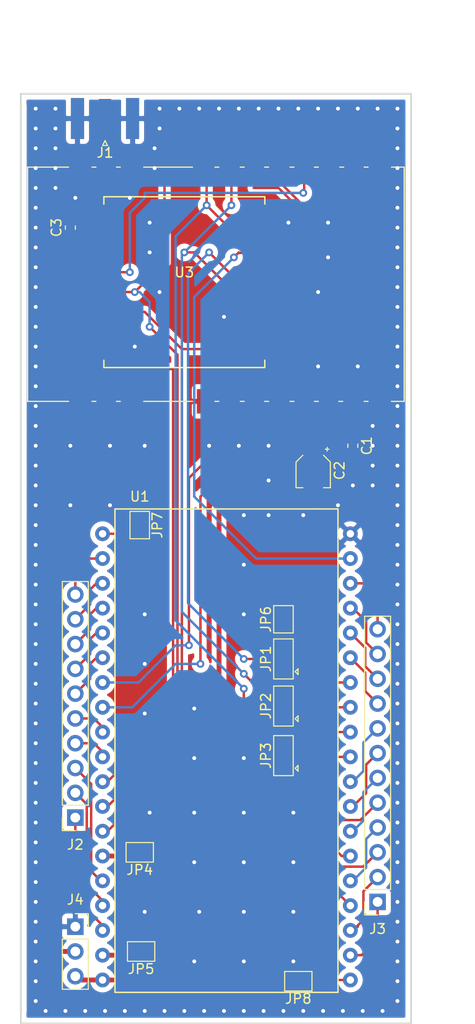
<source format=kicad_pcb>
(kicad_pcb (version 20211014) (generator pcbnew)
  (layers (0 "F.Cu" signal) (31 "B.Cu" signal) (34 "B.Paste" user) (35 "F.Paste" user) (36 "B.SilkS" user "B.Silkscreen") (37 "F.SilkS" user "F.Silkscreen") (38 "B.Mask" user) (39 "F.Mask" user) (44 "Edge.Cuts" user))
  (net 0 "")
  (net 1 "GND")
  (net 2 "VCC")
  (net 3 "RXEN")
  (net 4 "TXEN")
  (net 5 "NRST")
  (net 6 "BUSY")
  (net 7 "DIO1")
  (net 8 "NSS")
  (net 9 "SCK")
  (net 10 "MISO")
  (net 11 "MOSI")
  (net 12 "Net-(J1-Pad1)")
  (net 13 "Net-(JP1-Pad3)")
  (net 14 "Net-(JP1-Pad1)")
  (net 15 "Net-(JP2-Pad1)")
  (net 16 "Net-(JP3-Pad1)")
  (net 17 "Net-(JP4-Pad2)")
  (net 18 "Net-(JP5-Pad2)")
  (net 19 "3v3")
  (net 20 "Net-(JP7-Pad2)")
  (net 21 "Net-(JP8-Pad1)")
  (net 22 "GPIO10")
  (net 23 "GPIO9")
  (net 24 "GPIO13")
  (net 25 "GPIO26")
  (net 26 "GPIO25")
  (net 27 "GPIO35")
  (net 28 "GPIO34")
  (net 29 "GPIO39")
  (net 30 "GPIO36")
  (net 31 "EN")
  (net 32 "GPIO7")
  (net 33 "GPIO8")
  (net 34 "GPIO15")
  (net 35 "GPIO2")
  (net 36 "GPIO0")
  (net 37 "GPIO4")
  (net 38 "GPIO16")
  (net 39 "GPIO17")
  (net 40 "GPIO21")
  (net 41 "GPIO3")
  (net 42 "GPIO1")
  (net 43 "GPIO22")
  (footprint "Jumper:SolderJumper-3_P1.3mm_Open_Pad1.0x1.5mm" (layer "F.Cu") (at 100.584 101.092 90)
    (fp_text reference "JP1")
    (fp_text value "SolderJumper_3_Open")
  )
  (footprint "Jumper:SolderJumper-3_P1.3mm_Open_Pad1.0x1.5mm" (layer "F.Cu") (at 100.584 105.918 90)
    (fp_text reference "JP2")
    (fp_text value "SolderJumper_3_Open")
  )
  (footprint "Jumper:SolderJumper-3_P1.3mm_Open_Pad1.0x1.5mm" (layer "F.Cu") (at 100.584 110.998 90)
    (fp_text reference "JP3")
    (fp_text value "SolderJumper_3_Open")
  )
  (footprint "Jumper:SolderJumper-2_P1.3mm_Open_Pad1.0x1.5mm" (layer "F.Cu") (at 85.994 131.064 180)
    (fp_text reference "JP5")
    (fp_text value "SolderJumper_2_Open")
  )
  (footprint "Jumper:SolderJumper-2_P1.3mm_Open_Pad1.0x1.5mm" (layer "F.Cu") (at 100.584 97.028 90)
    (fp_text reference "JP6")
    (fp_text value "SolderJumper_2_Open")
  )
  (footprint "Connector_Coaxial:SMA_Samtec_SMA-J-P-H-ST-EM1_EdgeMount" (layer "F.Cu") (at 82.296 45.72 90)
    (fp_text reference "J1")
    (fp_text value "Conn_Coaxial")
  )
  (footprint "Capacitor_SMD:CP_Elec_3x5.3" (layer "F.Cu") (at 103.632 81.788 -90)
    (fp_text reference "C2")
    (fp_text value "100uF")
  )
  (footprint "Capacitor_SMD:C_0603_1608Metric_Pad1.05x0.95mm_HandSolder" (layer "F.Cu") (at 107.696 79.248 -90)
    (fp_text reference "C1")
    (fp_text value "100nF")
  )
  (footprint "Jumper:SolderJumper-2_P1.3mm_Open_Pad1.0x1.5mm" (layer "F.Cu") (at 85.852 87.376 -90)
    (fp_text reference "JP7")
    (fp_text value "SolderJumper_2_Open")
  )
  (footprint "Jumper:SolderJumper-2_P1.3mm_Open_Pad1.0x1.5mm" (layer "F.Cu") (at 102.108 134.112 180)
    (fp_text reference "JP8")
    (fp_text value "SolderJumper_2_Open")
  )
  (footprint "RF_Module:Ai-Thinker-Ra-01-LoRa" (layer "F.Cu") (at 90.424 62.484)
    (fp_text reference "U3")
    (fp_text value "Ai-Thinker-Ra-01")
  )
  (footprint "Jumper:SolderJumper-2_P1.3mm_Open_Pad1.0x1.5mm" (layer "F.Cu") (at 85.852 120.904 180)
    (fp_text reference "JP4")
    (fp_text value "SolderJumper_2_Open")
  )
  (footprint "Capacitor_SMD:C_0603_1608Metric_Pad1.05x0.95mm_HandSolder" (layer "F.Cu") (at 78.74 56.896 90)
    (fp_text reference "C3")
    (fp_text value "100nF")
  )
  (footprint "Connector_PinSocket_2.54mm:PinSocket_1x10_P2.54mm_Vertical" (layer "F.Cu") (at 79.248 117.348 180)
    (fp_text reference "J2")
    (fp_text value "Conn_01x10_Female")
  )
  (footprint "Connector_PinSocket_2.54mm:PinSocket_1x12_P2.54mm_Vertical" (layer "F.Cu") (at 110.236 125.984 180)
    (fp_text reference "J3")
    (fp_text value "Conn_01x12_Female")
  )
  (footprint "Connector_PinSocket_2.54mm:PinSocket_1x03_P2.54mm_Vertical" (layer "F.Cu") (at 79.248 128.524)
    (fp_text reference "J4")
    (fp_text value "Conn_01x03_Female")
  )
  (footprint "lora_tracker:E22-400M30S" (layer "F.Cu") (at 93.658501 62.7 90)
    (fp_text reference "U2")
    (fp_text value "E22-400M30S" hide)
  )
  (footprint "lora_tracker:esp32-devkit-wide" (layer "F.Cu") (at 97.282 85.725)
    (fp_text reference "U1")
    (fp_text value "ESP32")
  )
  (gr_line (start 73.66 44.45) (end 73.66 43.18) (layer "Edge.Cuts") (width 0.15))
  (gr_line (start 73.66 137.16) (end 73.66 138.43) (layer "Edge.Cuts") (width 0.15))
  (gr_line (start 113.665 138.43) (end 73.66 138.43) (layer "Edge.Cuts") (width 0.15))
  (gr_line (start 73.66 137.16) (end 73.66 44.45) (layer "Edge.Cuts") (width 0.2))
  (gr_line (start 73.66 43.18) (end 113.665 43.18) (layer "Edge.Cuts") (width 0.2))
  (gr_line (start 113.665 43.18) (end 113.665 138.43) (layer "Edge.Cuts") (width 0.15))
  (via (at 112.268 79.248) (size 0.8) (drill 0.4) (layers "F.Cu" "B.Cu") (net 1))
  (via (at 96.52 86.36) (size 0.8) (drill 0.4) (layers "F.Cu" "B.Cu") (net 1))
  (via (at 75.184 73.152) (size 0.8) (drill 0.4) (layers "F.Cu" "B.Cu") (net 1))
  (via (at 112.268 81.28) (size 0.8) (drill 0.4) (layers "F.Cu" "B.Cu") (net 1))
  (via (at 110.236 44.704) (size 0.8) (drill 0.4) (layers "F.Cu" "B.Cu") (net 1))
  (via (at 96.012 44.704) (size 0.8) (drill 0.4) (layers "F.Cu" "B.Cu") (net 1))
  (via (at 75.184 105.664) (size 0.8) (drill 0.4) (layers "F.Cu" "B.Cu") (net 1))
  (via (at 109.728 81.28) (size 0.8) (drill 0.4) (layers "F.Cu" "B.Cu") (net 1))
  (via (at 86.36 96.52) (size 0.8) (drill 0.4) (layers "F.Cu" "B.Cu") (net 1))
  (via (at 104.14 71.12) (size 0.8) (drill 0.4) (layers "F.Cu" "B.Cu") (net 1))
  (via (at 75.184 128.016) (size 0.8) (drill 0.4) (layers "F.Cu" "B.Cu") (net 1))
  (via (at 96.52 127) (size 0.8) (drill 0.4) (layers "F.Cu" "B.Cu") (net 1))
  (via (at 112.268 87.376) (size 0.8) (drill 0.4) (layers "F.Cu" "B.Cu") (net 1))
  (via (at 110.744 137.16) (size 0.8) (drill 0.4) (layers "F.Cu" "B.Cu") (net 1))
  (via (at 112.268 73.152) (size 0.8) (drill 0.4) (layers "F.Cu" "B.Cu") (net 1))
  (via (at 112.268 123.952) (size 0.8) (drill 0.4) (layers "F.Cu" "B.Cu") (net 1))
  (via (at 112.268 56.896) (size 0.8) (drill 0.4) (layers "F.Cu" "B.Cu") (net 1))
  (via (at 75.184 50.8) (size 0.8) (drill 0.4) (layers "F.Cu" "B.Cu") (net 1))
  (via (at 75.184 89.408) (size 0.8) (drill 0.4) (layers "F.Cu" "B.Cu") (net 1))
  (via (at 112.268 91.44) (size 0.8) (drill 0.4) (layers "F.Cu" "B.Cu") (net 1))
  (via (at 76.2 137.16) (size 0.8) (drill 0.4) (layers "F.Cu" "B.Cu") (net 1))
  (via (at 112.268 125.984) (size 0.8) (drill 0.4) (layers "F.Cu" "B.Cu") (net 1))
  (via (at 94.488 137.16) (size 0.8) (drill 0.4) (layers "F.Cu" "B.Cu") (net 1))
  (via (at 75.184 103.632) (size 0.8) (drill 0.4) (layers "F.Cu" "B.Cu") (net 1))
  (via (at 102.108 44.704) (size 0.8) (drill 0.4) (layers "F.Cu" "B.Cu") (net 1))
  (via (at 112.268 62.992) (size 0.8) (drill 0.4) (layers "F.Cu" "B.Cu") (net 1))
  (via (at 112.268 58.928) (size 0.8) (drill 0.4) (layers "F.Cu" "B.Cu") (net 1))
  (via (at 75.184 123.952) (size 0.8) (drill 0.4) (layers "F.Cu" "B.Cu") (net 1))
  (via (at 80.264 137.16) (size 0.8) (drill 0.4) (layers "F.Cu" "B.Cu") (net 1))
  (via (at 105.156 59.944) (size 0.8) (drill 0.4) (layers "F.Cu" "B.Cu") (net 1))
  (via (at 75.184 75.184) (size 0.8) (drill 0.4) (layers "F.Cu" "B.Cu") (net 1))
  (via (at 112.268 95.504) (size 0.8) (drill 0.4) (layers "F.Cu" "B.Cu") (net 1))
  (via (at 112.268 103.632) (size 0.8) (drill 0.4) (layers "F.Cu" "B.Cu") (net 1))
  (via (at 96.012 79.248) (size 0.8) (drill 0.4) (layers "F.Cu" "B.Cu") (net 1))
  (via (at 82.804 79.248) (size 0.8) (drill 0.4) (layers "F.Cu" "B.Cu") (net 1))
  (via (at 87.376 48.768) (size 0.8) (drill 0.4) (layers "F.Cu" "B.Cu") (net 1))
  (via (at 75.184 69.088) (size 0.8) (drill 0.4) (layers "F.Cu" "B.Cu") (net 1))
  (via (at 112.268 132.08) (size 0.8) (drill 0.4) (layers "F.Cu" "B.Cu") (net 1))
  (via (at 108.204 71.12) (size 0.8) (drill 0.4) (layers "F.Cu" "B.Cu") (net 1))
  (via (at 87.376 50.8) (size 0.8) (drill 0.4) (layers "F.Cu" "B.Cu") (net 1))
  (via (at 99.06 82.804) (size 0.8) (drill 0.4) (layers "F.Cu" "B.Cu") (net 1))
  (via (at 112.268 50.8) (size 0.8) (drill 0.4) (layers "F.Cu" "B.Cu") (net 1))
  (via (at 82.296 137.16) (size 0.8) (drill 0.4) (layers "F.Cu" "B.Cu") (net 1))
  (via (at 112.268 75.184) (size 0.8) (drill 0.4) (layers "F.Cu" "B.Cu") (net 1))
  (via (at 75.184 60.96) (size 0.8) (drill 0.4) (layers "F.Cu" "B.Cu") (net 1))
  (via (at 112.268 83.312) (size 0.8) (drill 0.4) (layers "F.Cu" "B.Cu") (net 1))
  (via (at 91.44 111.252) (size 0.8) (drill 0.4) (layers "F.Cu" "B.Cu") (net 1))
  (via (at 78.74 85.344) (size 0.8) (drill 0.4) (layers "F.Cu" "B.Cu") (net 1))
  (via (at 86.36 106.68) (size 0.8) (drill 0.4) (layers "F.Cu" "B.Cu") (net 1))
  (via (at 96.52 91.44) (size 0.8) (drill 0.4) (layers "F.Cu" "B.Cu") (net 1))
  (via (at 75.184 58.928) (size 0.8) (drill 0.4) (layers "F.Cu" "B.Cu") (net 1))
  (via (at 86.868 116.84) (size 0.8) (drill 0.4) (layers "F.Cu" "B.Cu") (net 1))
  (via (at 107.696 83.312) (size 0.8) (drill 0.4) (layers "F.Cu" "B.Cu") (net 1))
  (via (at 112.268 113.792) (size 0.8) (drill 0.4) (layers "F.Cu" "B.Cu") (net 1))
  (via (at 75.184 91.44) (size 0.8) (drill 0.4) (layers "F.Cu" "B.Cu") (net 1))
  (via (at 109.728 79.248) (size 0.8) (drill 0.4) (layers "F.Cu" "B.Cu") (net 1))
  (via (at 98.552 137.16) (size 0.8) (drill 0.4) (layers "F.Cu" "B.Cu") (net 1))
  (via (at 75.184 79.248) (size 0.8) (drill 0.4) (layers "F.Cu" "B.Cu") (net 1))
  (via (at 75.184 62.992) (size 0.8) (drill 0.4) (layers "F.Cu" "B.Cu") (net 1))
  (via (at 101.6 116.84) (size 0.8) (drill 0.4) (layers "F.Cu" "B.Cu") (net 1))
  (via (at 112.268 85.344) (size 0.8) (drill 0.4) (layers "F.Cu" "B.Cu") (net 1))
  (via (at 112.268 71.12) (size 0.8) (drill 0.4) (layers "F.Cu" "B.Cu") (net 1))
  (via (at 87.884 46.736) (size 0.8) (drill 0.4) (layers "F.Cu" "B.Cu") (net 1))
  (via (at 75.184 46.736) (size 0.8) (drill 0.4) (layers "F.Cu" "B.Cu") (net 1))
  (via (at 112.268 52.832) (size 0.8) (drill 0.4) (layers "F.Cu" "B.Cu") (net 1))
  (via (at 94.488 66.04) (size 0.8) (drill 0.4) (layers "F.Cu" "B.Cu") (net 1))
  (via (at 112.268 115.824) (size 0.8) (drill 0.4) (layers "F.Cu" "B.Cu") (net 1))
  (via (at 96.52 111.252) (size 0.8) (drill 0.4) (layers "F.Cu" "B.Cu") (net 1))
  (via (at 112.268 107.696) (size 0.8) (drill 0.4) (layers "F.Cu" "B.Cu") (net 1))
  (via (at 112.268 105.664) (size 0.8) (drill 0.4) (layers "F.Cu" "B.Cu") (net 1))
  (via (at 91.44 116.84) (size 0.8) (drill 0.4) (layers "F.Cu" "B.Cu") (net 1))
  (via (at 112.268 46.736) (size 0.8) (drill 0.4) (layers "F.Cu" "B.Cu") (net 1))
  (via (at 75.184 95.504) (size 0.8) (drill 0.4) (layers "F.Cu" "B.Cu") (net 1))
  (via (at 75.184 87.376) (size 0.8) (drill 0.4) (layers "F.Cu" "B.Cu") (net 1))
  (via (at 75.184 111.76) (size 0.8) (drill 0.4) (layers "F.Cu" "B.Cu") (net 1))
  (via (at 75.184 44.704) (size 0.8) (drill 0.4) (layers "F.Cu" "B.Cu") (net 1))
  (via (at 75.184 65.024) (size 0.8) (drill 0.4) (layers "F.Cu" "B.Cu") (net 1))
  (via (at 75.184 54.864) (size 0.8) (drill 0.4) (layers "F.Cu" "B.Cu") (net 1))
  (via (at 93.98 44.704) (size 0.8) (drill 0.4) (layers "F.Cu" "B.Cu") (net 1))
  (via (at 77.216 44.704) (size 0.8) (drill 0.4) (layers "F.Cu" "B.Cu") (net 1))
  (via (at 96.52 137.16) (size 0.8) (drill 0.4) (layers "F.Cu" "B.Cu") (net 1))
  (via (at 96.52 116.84) (size 0.8) (drill 0.4) (layers "F.Cu" "B.Cu") (net 1))
  (via (at 75.184 77.216) (size 0.8) (drill 0.4) (layers "F.Cu" "B.Cu") (net 1))
  (via (at 106.172 85.344) (size 0.8) (drill 0.4) (layers "F.Cu" "B.Cu") (net 1))
  (via (at 112.268 134.112) (size 0.8) (drill 0.4) (layers "F.Cu" "B.Cu") (net 1))
  (via (at 78.232 137.16) (size 0.8) (drill 0.4) (layers "F.Cu" "B.Cu") (net 1))
  (via (at 75.184 115.824) (size 0.8) (drill 0.4) (layers "F.Cu" "B.Cu") (net 1))
  (via (at 75.184 117.856) (size 0.8) (drill 0.4) (layers "F.Cu" "B.Cu") (net 1))
  (via (at 77.216 50.8) (size 0.8) (drill 0.4) (layers "F.Cu" "B.Cu") (net 1))
  (via (at 105.156 56.388) (size 0.8) (drill 0.4) (layers "F.Cu" "B.Cu") (net 1))
  (via (at 112.268 60.96) (size 0.8) (drill 0.4) (layers "F.Cu" "B.Cu") (net 1))
  (via (at 102.616 137.16) (size 0.8) (drill 0.4) (layers "F.Cu" "B.Cu") (net 1))
  (via (at 77.216 46.736) (size 0.8) (drill 0.4) (layers "F.Cu" "B.Cu") (net 1))
  (via (at 112.268 119.888) (size 0.8) (drill 0.4) (layers "F.Cu" "B.Cu") (net 1))
  (via (at 75.184 52.832) (size 0.8) (drill 0.4) (layers "F.Cu" "B.Cu") (net 1))
  (via (at 79.248 53.848) (size 0.8) (drill 0.4) (layers "F.Cu" "B.Cu") (net 1))
  (via (at 112.268 111.76) (size 0.8) (drill 0.4) (layers "F.Cu" "B.Cu") (net 1))
  (via (at 77.216 52.832) (size 0.8) (drill 0.4) (layers "F.Cu" "B.Cu") (net 1))
  (via (at 75.184 113.792) (size 0.8) (drill 0.4) (layers "F.Cu" "B.Cu") (net 1))
  (via (at 109.728 83.312) (size 0.8) (drill 0.4) (layers "F.Cu" "B.Cu") (net 1))
  (via (at 92.456 137.16) (size 0.8) (drill 0.4) (layers "F.Cu" "B.Cu") (net 1))
  (via (at 86.36 101.6) (size 0.8) (drill 0.4) (layers "F.Cu" "B.Cu") (net 1))
  (via (at 86.868 56.388) (size 0.8) (drill 0.4) (layers "F.Cu" "B.Cu") (net 1))
  (via (at 86.36 137.16) (size 0.8) (drill 0.4) (layers "F.Cu" "B.Cu") (net 1))
  (via (at 98.044 44.704) (size 0.8) (drill 0.4) (layers "F.Cu" "B.Cu") (net 1))
  (via (at 91.948 127) (size 0.8) (drill 0.4) (layers "F.Cu" "B.Cu") (net 1))
  (via (at 101.6 132.08) (size 0.8) (drill 0.4) (layers "F.Cu" "B.Cu") (net 1))
  (via (at 106.172 44.704) (size 0.8) (drill 0.4) (layers "F.Cu" "B.Cu") (net 1))
  (via (at 112.268 109.728) (size 0.8) (drill 0.4) (layers "F.Cu" "B.Cu") (net 1))
  (via (at 91.948 44.704) (size 0.8) (drill 0.4) (layers "F.Cu" "B.Cu") (net 1))
  (via (at 112.268 117.856) (size 0.8) (drill 0.4) (layers "F.Cu" "B.Cu") (net 1))
  (via (at 108.712 137.16) (size 0.8) (drill 0.4) (layers "F.Cu" "B.Cu") (net 1))
  (via (at 75.184 56.896) (size 0.8) (drill 0.4) (layers "F.Cu" "B.Cu") (net 1))
  (via (at 112.268 97.536) (size 0.8) (drill 0.4) (layers "F.Cu" "B.Cu") (net 1))
  (via (at 112.268 69.088) (size 0.8) (drill 0.4) (layers "F.Cu" "B.Cu") (net 1))
  (via (at 112.268 77.216) (size 0.8) (drill 0.4) (layers "F.Cu" "B.Cu") (net 1))
  (via (at 87.884 63.5) (size 0.8) (drill 0.4) (layers "F.Cu" "B.Cu") (net 1))
  (via (at 102.616 86.36) (size 0.8) (drill 0.4) (layers "F.Cu" "B.Cu") (net 1))
  (via (at 92.964 79.248) (size 0.8) (drill 0.4) (layers "F.Cu" "B.Cu") (net 1))
  (via (at 112.268 130.048) (size 0.8) (drill 0.4) (layers "F.Cu" "B.Cu") (net 1))
  (via (at 101.6 127) (size 0.8) (drill 0.4) (layers "F.Cu" "B.Cu") (net 1))
  (via (at 75.184 107.696) (size 0.8) (drill 0.4) (layers "F.Cu" "B.Cu") (net 1))
  (via (at 112.268 48.768) (size 0.8) (drill 0.4) (layers "F.Cu" "B.Cu") (net 1))
  (via (at 75.184 83.312) (size 0.8) (drill 0.4) (layers "F.Cu" "B.Cu") (net 1))
  (via (at 75.184 99.568) (size 0.8) (drill 0.4) (layers "F.Cu" "B.Cu") (net 1))
  (via (at 100.076 44.704) (size 0.8) (drill 0.4) (layers "F.Cu" "B.Cu") (net 1))
  (via (at 89.916 44.704) (size 0.8) (drill 0.4) (layers "F.Cu" "B.Cu") (net 1))
  (via (at 75.184 136.144) (size 0.8) (drill 0.4) (layers "F.Cu" "B.Cu") (net 1))
  (via (at 112.268 65.024) (size 0.8) (drill 0.4) (layers "F.Cu" "B.Cu") (net 1))
  (via (at 112.268 121.92) (size 0.8) (drill 0.4) (layers "F.Cu" "B.Cu") (net 1))
  (via (at 75.184 97.536) (size 0.8) (drill 0.4) (layers "F.Cu" "B.Cu") (net 1))
  (via (at 75.184 132.08) (size 0.8) (drill 0.4) (layers "F.Cu" "B.Cu") (net 1))
  (via (at 90.424 137.16) (size 0.8) (drill 0.4) (layers "F.Cu" "B.Cu") (net 1))
  (via (at 101.092 56.388) (size 0.8) (drill 0.4) (layers "F.Cu" "B.Cu") (net 1))
  (via (at 104.14 63.5) (size 0.8) (drill 0.4) (layers "F.Cu" "B.Cu") (net 1))
  (via (at 100.584 137.16) (size 0.8) (drill 0.4) (layers "F.Cu" "B.Cu") (net 1))
  (via (at 112.268 44.704) (size 0.8) (drill 0.4) (layers "F.Cu" "B.Cu") (net 1))
  (via (at 86.868 59.436) (size 0.8) (drill 0.4) (layers "F.Cu" "B.Cu") (net 1))
  (via (at 112.268 67.056) (size 0.8) (drill 0.4) (layers "F.Cu" "B.Cu") (net 1))
  (via (at 87.884 44.704) (size 0.8) (drill 0.4) (layers "F.Cu" "B.Cu") (net 1))
  (via (at 75.184 109.728) (size 0.8) (drill 0.4) (layers "F.Cu" "B.Cu") (net 1))
  (via (at 75.184 67.056) (size 0.8) (drill 0.4) (layers "F.Cu" "B.Cu") (net 1))
  (via (at 99.06 79.248) (size 0.8) (drill 0.4) (layers "F.Cu" "B.Cu") (net 1))
  (via (at 91.44 121.92) (size 0.8) (drill 0.4) (layers "F.Cu" "B.Cu") (net 1))
  (via (at 112.268 99.568) (size 0.8) (drill 0.4) (layers "F.Cu" "B.Cu") (net 1))
  (via (at 75.184 71.12) (size 0.8) (drill 0.4) (layers "F.Cu" "B.Cu") (net 1))
  (via (at 109.728 77.216) (size 0.8) (drill 0.4) (layers "F.Cu" "B.Cu") (net 1))
  (via (at 112.268 54.864) (size 0.8) (drill 0.4) (layers "F.Cu" "B.Cu") (net 1))
  (via (at 108.204 44.704) (size 0.8) (drill 0.4) (layers "F.Cu" "B.Cu") (net 1))
  (via (at 84.328 137.16) (size 0.8) (drill 0.4) (layers "F.Cu" "B.Cu") (net 1))
  (via (at 75.184 125.984) (size 0.8) (drill 0.4) (layers "F.Cu" "B.Cu") (net 1))
  (via (at 86.36 79.248) (size 0.8) (drill 0.4) (layers "F.Cu" "B.Cu") (net 1))
  (via (at 78.74 79.248) (size 0.8) (drill 0.4) (layers "F.Cu" "B.Cu") (net 1))
  (via (at 96.52 132.08) (size 0.8) (drill 0.4) (layers "F.Cu" "B.Cu") (net 1))
  (via (at 112.268 93.472) (size 0.8) (drill 0.4) (layers "F.Cu" "B.Cu") (net 1))
  (via (at 77.216 48.768) (size 0.8) (drill 0.4) (layers "F.Cu" "B.Cu") (net 1))
  (via (at 88.392 137.16) (size 0.8) (drill 0.4) (layers "F.Cu" "B.Cu") (net 1))
  (via (at 104.648 137.16) (size 0.8) (drill 0.4) (layers "F.Cu" "B.Cu") (net 1))
  (via (at 85.344 69.088) (size 0.8) (drill 0.4) (layers "F.Cu" "B.Cu") (net 1))
  (via (at 106.68 137.16) (size 0.8) (drill 0.4) (layers "F.Cu" "B.Cu") (net 1))
  (via (at 112.268 128.016) (size 0.8) (drill 0.4) (layers "F.Cu" "B.Cu") (net 1))
  (via (at 91.44 132.08) (size 0.8) (drill 0.4) (layers "F.Cu" "B.Cu") (net 1))
  (via (at 112.268 136.144) (size 0.8) (drill 0.4) (layers "F.Cu" "B.Cu") (net 1))
  (via (at 96.52 96.52) (size 0.8) (drill 0.4) (layers "F.Cu" "B.Cu") (net 1))
  (via (at 82.804 85.344) (size 0.8) (drill 0.4) (layers "F.Cu" "B.Cu") (net 1))
  (via (at 75.184 48.768) (size 0.8) (drill 0.4) (layers "F.Cu" "B.Cu") (net 1))
  (via (at 75.184 119.888) (size 0.8) (drill 0.4) (layers "F.Cu" "B.Cu") (net 1))
  (via (at 75.184 121.92) (size 0.8) (drill 0.4) (layers "F.Cu" "B.Cu") (net 1))
  (via (at 75.184 101.6) (size 0.8) (drill 0.4) (layers "F.Cu" "B.Cu") (net 1))
  (via (at 104.14 44.704) (size 0.8) (drill 0.4) (layers "F.Cu" "B.Cu") (net 1))
  (via (at 101.6 121.92) (size 0.8) (drill 0.4) (layers "F.Cu" "B.Cu") (net 1))
  (via (at 84.836 53.848) (size 0.8) (drill 0.4) (layers "F.Cu" "B.Cu") (net 1))
  (via (at 96.52 121.92) (size 0.8) (drill 0.4) (layers "F.Cu" "B.Cu") (net 1))
  (via (at 86.36 127) (size 0.8) (drill 0.4) (layers "F.Cu" "B.Cu") (net 1))
  (via (at 75.184 130.048) (size 0.8) (drill 0.4) (layers "F.Cu" "B.Cu") (net 1))
  (via (at 91.44 106.172) (size 0.8) (drill 0.4) (layers "F.Cu" "B.Cu") (net 1))
  (via (at 75.184 93.472) (size 0.8) (drill 0.4) (layers "F.Cu" "B.Cu") (net 1))
  (via (at 99.06 86.36) (size 0.8) (drill 0.4) (layers "F.Cu" "B.Cu") (net 1))
  (via (at 75.184 85.344) (size 0.8) (drill 0.4) (layers "F.Cu" "B.Cu") (net 1))
  (via (at 75.184 134.112) (size 0.8) (drill 0.4) (layers "F.Cu" "B.Cu") (net 1))
  (via (at 112.268 89.408) (size 0.8) (drill 0.4) (layers "F.Cu" "B.Cu") (net 1))
  (via (at 75.184 81.28) (size 0.8) (drill 0.4) (layers "F.Cu" "B.Cu") (net 1))
  (via (at 112.268 101.6) (size 0.8) (drill 0.4) (layers "F.Cu" "B.Cu") (net 1))
  (segment (start 102.073501 77.631499) (end 93.98 85.725) (width 0.5) (layer "F.Cu") (net 2))
  (segment (start 107.788501 77.631499) (end 107.696 77.724) (width 0.25) (layer "F.Cu") (net 2))
  (segment (start 88.265 133.985) (end 82.55 133.985) (width 0.5) (layer "F.Cu") (net 2))
  (segment (start 105.248501 77.631499) (end 102.073501 77.631499) (width 0.5) (layer "F.Cu") (net 2))
  (segment (start 107.696 78.928) (end 107.696 77.631499) (width 0.5) (layer "F.Cu") (net 2))
  (segment (start 105.248501 77.631499) (end 107.153501 77.631499) (width 0.5) (layer "F.Cu") (net 2))
  (segment (start 93.98 128.27) (end 88.265 133.985) (width 0.5) (layer "F.Cu") (net 2))
  (segment (start 107.153501 77.631499) (end 107.696 77.631499) (width 0.5) (layer "F.Cu") (net 2))
  (segment (start 107.246002 77.724) (end 107.153501 77.631499) (width 0.25) (layer "F.Cu") (net 2))
  (segment (start 105.248501 77.631499) (end 105.248501 74.7) (width 0.5) (layer "F.Cu") (net 2))
  (segment (start 107.788501 74.7) (end 107.788501 77.631499) (width 0.5) (layer "F.Cu") (net 2))
  (segment (start 93.98 85.725) (end 93.98 128.27) (width 0.5) (layer "F.Cu") (net 2))
  (segment (start 82.55 133.985) (end 79.629 133.985) (width 0.5) (layer "F.Cu") (net 2))
  (segment (start 103.632 80.288) (end 103.632 77.724) (width 0.5) (layer "F.Cu") (net 2))
  (segment (start 79.629 133.985) (end 79.248 133.604) (width 0.25) (layer "F.Cu") (net 2))
  (segment (start 107.696 77.631499) (end 107.788501 77.631499) (width 0.5) (layer "F.Cu") (net 2))
  (segment (start 90.895 82.55) (end 90.895 99.695) (width 0.25) (layer "F.Cu") (net 3))
  (segment (start 97.628501 75.1) (end 97.79 75.261499) (width 0.25) (layer "F.Cu") (net 3))
  (segment (start 97.628501 74.7) (end 97.628501 75.1) (width 0.25) (layer "F.Cu") (net 3))
  (segment (start 97.79 75.655) (end 90.895 82.55) (width 0.25) (layer "F.Cu") (net 3))
  (segment (start 97.79 75.261499) (end 97.79 75.655) (width 0.25) (layer "F.Cu") (net 3))
  (via (at 90.895 99.695) (size 0.8) (drill 0.4) (layers "F.Cu" "B.Cu") (net 3))
  (segment (start 85.725 103.505) (end 82.55 103.505) (width 0.25) (layer "B.Cu") (net 3))
  (segment (start 90.895 99.695) (end 89.535 99.695) (width 0.25) (layer "B.Cu") (net 3))
  (segment (start 89.535 99.695) (end 85.725 103.505) (width 0.25) (layer "B.Cu") (net 3))
  (segment (start 92.075 84.455) (end 92.075 101.6) (width 0.25) (layer "F.Cu") (net 4))
  (segment (start 100.33 76.2) (end 92.075 84.455) (width 0.25) (layer "F.Cu") (net 4))
  (segment (start 100.168501 74.7) (end 100.168501 75.1) (width 0.25) (layer "F.Cu") (net 4))
  (segment (start 100.168501 75.1) (end 100.33 75.261499) (width 0.25) (layer "F.Cu") (net 4))
  (segment (start 100.33 75.261499) (end 100.33 76.2) (width 0.25) (layer "F.Cu") (net 4))
  (via (at 92.075 101.6) (size 0.8) (drill 0.4) (layers "F.Cu" "B.Cu") (net 4))
  (segment (start 89.535 101.6) (end 85.09 106.045) (width 0.25) (layer "B.Cu") (net 4))
  (segment (start 85.09 106.045) (end 82.55 106.045) (width 0.25) (layer "B.Cu") (net 4))
  (segment (start 92.075 101.6) (end 89.535 101.6) (width 0.25) (layer "B.Cu") (net 4))
  (segment (start 89.26998 71.38502) (end 89.26998 106.94502) (width 0.25) (layer "F.Cu") (net 5))
  (segment (start 79.248 62.992) (end 80.756 61.484) (width 0.25) (layer "F.Cu") (net 5))
  (segment (start 102.708501 53.247499) (end 102.616 53.34) (width 0.25) (layer "F.Cu") (net 5))
  (segment (start 89.26998 71.38502) (end 80.52902 71.38502) (width 0.25) (layer "F.Cu") (net 5))
  (segment (start 82.44 61.468) (end 82.424 61.484) (width 0.25) (layer "F.Cu") (net 5))
  (segment (start 80.756 61.484) (end 82.424 61.484) (width 0.25) (layer "F.Cu") (net 5))
  (segment (start 79.248 70.104) (end 79.248 62.992) (width 0.25) (layer "F.Cu") (net 5))
  (segment (start 102.708501 50.7) (end 102.708501 51.1) (width 0.25) (layer "F.Cu") (net 5))
  (segment (start 80.52902 71.38502) (end 79.248 70.104) (width 0.25) (layer "F.Cu") (net 5))
  (segment (start 102.708501 50.7) (end 102.708501 53.247499) (width 0.25) (layer "F.Cu") (net 5))
  (segment (start 84.836 61.468) (end 82.44 61.468) (width 0.25) (layer "F.Cu") (net 5))
  (segment (start 89.26998 106.94502) (end 82.55 113.665) (width 0.25) (layer "F.Cu") (net 5))
  (via (at 84.836 61.468) (size 0.8) (drill 0.4) (layers "F.Cu" "B.Cu") (net 5))
  (via (at 102.616 53.34) (size 0.8) (drill 0.4) (layers "F.Cu" "B.Cu") (net 5))
  (segment (start 84.836 55.372) (end 84.836 61.468) (width 0.25) (layer "B.Cu") (net 5))
  (segment (start 86.36 53.848) (end 84.836 55.372) (width 0.25) (layer "B.Cu") (net 5))
  (segment (start 86.36 53.34) (end 86.36 53.848) (width 0.25) (layer "B.Cu") (net 5))
  (segment (start 102.616 53.34) (end 86.36 53.34) (width 0.25) (layer "B.Cu") (net 5))
  (segment (start 85.344 63.5) (end 88.392 60.452) (width 0.25) (layer "F.Cu") (net 6))
  (segment (start 82.69 63.5) (end 85.344 63.5) (width 0.25) (layer "F.Cu") (net 6))
  (segment (start 90.932 47.752) (end 105.156 47.752) (width 0.25) (layer "F.Cu") (net 6))
  (segment (start 82.424 63.484) (end 82.674 63.484) (width 0.25) (layer "F.Cu") (net 6))
  (segment (start 89.71999 72.20501) (end 89.71999 109.03501) (width 0.25) (layer "F.Cu") (net 6))
  (segment (start 89.71999 69.917296) (end 86.863347 67.060653) (width 0.25) (layer "F.Cu") (net 6))
  (segment (start 88.392 60.452) (end 88.392 50.292) (width 0.25) (layer "F.Cu") (net 6))
  (segment (start 89.71999 109.03501) (end 82.55 116.205) (width 0.25) (layer "F.Cu") (net 6))
  (segment (start 105.248501 47.844501) (end 105.248501 50.7) (width 0.25) (layer "F.Cu") (net 6))
  (segment (start 82.674 63.484) (end 82.69 63.5) (width 0.25) (layer "F.Cu") (net 6))
  (segment (start 88.392 50.292) (end 90.932 47.752) (width 0.25) (layer "F.Cu") (net 6))
  (segment (start 89.71999 72.20501) (end 89.71999 69.917296) (width 0.25) (layer "F.Cu") (net 6))
  (segment (start 105.156 47.752) (end 105.248501 47.844501) (width 0.25) (layer "F.Cu") (net 6))
  (via (at 86.863347 67.060653) (size 0.8) (drill 0.4) (layers "F.Cu" "B.Cu") (net 6))
  (via (at 85.344 63.5) (size 0.8) (drill 0.4) (layers "F.Cu" "B.Cu") (net 6))
  (segment (start 86.863347 64.520653) (end 85.842694 63.5) (width 0.25) (layer "B.Cu") (net 6))
  (segment (start 85.842694 63.5) (end 85.344 63.5) (width 0.25) (layer "B.Cu") (net 6))
  (segment (start 86.863347 67.060653) (end 86.863347 64.520653) (width 0.25) (layer "B.Cu") (net 6))
  (segment (start 90.17 69.342) (end 86.36 65.532) (width 0.25) (layer "F.Cu") (net 7))
  (segment (start 100.584 72.136) (end 107.788501 64.931499) (width 0.25) (layer "F.Cu") (net 7))
  (segment (start 86.36 65.532) (end 82.722 65.532) (width 0.25) (layer "F.Cu") (net 7))
  (segment (start 94.742 69.342) (end 97.536 72.136) (width 0.25) (layer "F.Cu") (net 7))
  (segment (start 107.788501 64.931499) (end 107.788501 50.7) (width 0.25) (layer "F.Cu") (net 7))
  (segment (start 90.17 111.125) (end 90.17 69.342) (width 0.25) (layer "F.Cu") (net 7))
  (segment (start 97.536 72.136) (end 100.584 72.136) (width 0.25) (layer "F.Cu") (net 7))
  (segment (start 82.55 118.745) (end 90.17 111.125) (width 0.25) (layer "F.Cu") (net 7))
  (segment (start 82.722 65.532) (end 82.674 65.484) (width 0.25) (layer "F.Cu") (net 7))
  (segment (start 90.17 69.342) (end 94.742 69.342) (width 0.25) (layer "F.Cu") (net 7))
  (segment (start 82.674 65.484) (end 82.424 65.484) (width 0.25) (layer "F.Cu") (net 7))
  (segment (start 95.584 57.484) (end 92.71 54.61) (width 0.25) (layer "F.Cu") (net 8))
  (segment (start 96.52 104.14) (end 96.52 108.712) (width 0.25) (layer "F.Cu") (net 8))
  (segment (start 96.52 108.712) (end 98.806 110.998) (width 0.25) (layer "F.Cu") (net 8))
  (segment (start 98.424 57.484) (end 95.584 57.484) (width 0.25) (layer "F.Cu") (net 8))
  (segment (start 98.806 110.998) (end 100.584 110.998) (width 0.25) (layer "F.Cu") (net 8))
  (segment (start 92.71 50.861499) (end 92.548501 50.7) (width 0.25) (layer "F.Cu") (net 8))
  (segment (start 92.71 54.61) (end 92.71 50.861499) (width 0.25) (layer "F.Cu") (net 8))
  (via (at 92.71 54.61) (size 0.8) (drill 0.4) (layers "F.Cu" "B.Cu") (net 8))
  (via (at 96.52 104.14) (size 0.8) (drill 0.4) (layers "F.Cu" "B.Cu") (net 8))
  (segment (start 92.71 54.61) (end 89.535 57.785) (width 0.25) (layer "B.Cu") (net 8))
  (segment (start 89.535 97.155) (end 96.52 104.14) (width 0.25) (layer "B.Cu") (net 8))
  (segment (start 89.535 57.785) (end 89.535 97.155) (width 0.25) (layer "B.Cu") (net 8))
  (segment (start 96.52 102.616) (end 98.044 104.14) (width 0.25) (layer "F.Cu") (net 9))
  (segment (start 95.488 63.484) (end 98.424 63.484) (width 0.25) (layer "F.Cu") (net 9))
  (segment (start 90.424 59.436) (end 91.44 59.436) (width 0.25) (layer "F.Cu") (net 9))
  (segment (start 98.044 104.14) (end 98.044 105.664) (width 0.25) (layer "F.Cu") (net 9))
  (segment (start 95.25 54.61) (end 95.25 50.861499) (width 0.25) (layer "F.Cu") (net 9))
  (segment (start 100.33 105.664) (end 100.584 105.918) (width 0.25) (layer "F.Cu") (net 9))
  (segment (start 91.44 59.436) (end 95.488 63.484) (width 0.25) (layer "F.Cu") (net 9))
  (segment (start 98.044 105.664) (end 100.33 105.664) (width 0.25) (layer "F.Cu") (net 9))
  (segment (start 95.25 50.861499) (end 95.088501 50.7) (width 0.25) (layer "F.Cu") (net 9))
  (via (at 95.25 54.61) (size 0.8) (drill 0.4) (layers "F.Cu" "B.Cu") (net 9))
  (via (at 90.424 59.436) (size 0.8) (drill 0.4) (layers "F.Cu" "B.Cu") (net 9))
  (via (at 96.52 102.616) (size 0.8) (drill 0.4) (layers "F.Cu" "B.Cu") (net 9))
  (segment (start 90.424 59.436) (end 90.17 59.69) (width 0.25) (layer "B.Cu") (net 9))
  (segment (start 90.17 96.266) (end 96.52 102.616) (width 0.25) (layer "B.Cu") (net 9))
  (segment (start 95.25 54.61) (end 90.424 59.436) (width 0.25) (layer "B.Cu") (net 9))
  (segment (start 90.17 59.69) (end 90.17 95.885) (width 0.25) (layer "B.Cu") (net 9))
  (segment (start 90.17 95.885) (end 90.17 96.266) (width 0.25) (layer "B.Cu") (net 9))
  (segment (start 95.012 61.484) (end 98.424 61.484) (width 0.25) (layer "F.Cu") (net 10))
  (segment (start 100.168501 50.7) (end 100.168501 52.2) (width 0.25) (layer "F.Cu") (net 10))
  (segment (start 100.33 50.861499) (end 100.168501 50.7) (width 0.25) (layer "F.Cu") (net 10))
  (segment (start 96.52 101.092) (end 100.584 101.092) (width 0.25) (layer "F.Cu") (net 10))
  (segment (start 103.124 55.155499) (end 103.124 59.944) (width 0.25) (layer "F.Cu") (net 10))
  (segment (start 103.124 59.944) (end 101.584 61.484) (width 0.25) (layer "F.Cu") (net 10))
  (segment (start 100.168501 52.2) (end 103.124 55.155499) (width 0.25) (layer "F.Cu") (net 10))
  (segment (start 92.964 59.436) (end 95.012 61.484) (width 0.25) (layer "F.Cu") (net 10))
  (segment (start 101.584 61.484) (end 98.424 61.484) (width 0.25) (layer "F.Cu") (net 10))
  (via (at 92.964 59.436) (size 0.8) (drill 0.4) (layers "F.Cu" "B.Cu") (net 10))
  (via (at 96.52 101.092) (size 0.8) (drill 0.4) (layers "F.Cu" "B.Cu") (net 10))
  (segment (start 90.805 95.25) (end 90.805 95.377) (width 0.25) (layer "B.Cu") (net 10))
  (segment (start 90.805 61.595) (end 92.964 59.436) (width 0.25) (layer "B.Cu") (net 10))
  (segment (start 90.805 95.377) (end 96.52 101.092) (width 0.25) (layer "B.Cu") (net 10))
  (segment (start 90.805 63.5) (end 90.805 61.595) (width 0.25) (layer "B.Cu") (net 10))
  (segment (start 90.805 63.5) (end 90.805 95.25) (width 0.25) (layer "B.Cu") (net 10))
  (segment (start 102.616 55.372) (end 100.076 52.832) (width 0.25) (layer "F.Cu") (net 11))
  (segment (start 97.79 50.861499) (end 97.628501 50.7) (width 0.25) (layer "F.Cu") (net 11))
  (segment (start 96.012 59.436) (end 96.06 59.484) (width 0.25) (layer "F.Cu") (net 11))
  (segment (start 95.504 59.944) (end 96.012 59.436) (width 0.25) (layer "F.Cu") (net 11))
  (segment (start 100.076 52.832) (end 97.536 52.832) (width 0.25) (layer "F.Cu") (net 11))
  (segment (start 98.424 59.484) (end 99.674 59.484) (width 0.25) (layer "F.Cu") (net 11))
  (segment (start 97.536 52.832) (end 97.628501 52.739499) (width 0.25) (layer "F.Cu") (net 11))
  (segment (start 97.628501 52.739499) (end 97.628501 50.7) (width 0.25) (layer "F.Cu") (net 11))
  (segment (start 96.06 59.484) (end 98.424 59.484) (width 0.25) (layer "F.Cu") (net 11))
  (segment (start 102.616 58.42) (end 102.616 55.372) (width 0.25) (layer "F.Cu") (net 11))
  (segment (start 100.23 58.928) (end 102.108 58.928) (width 0.25) (layer "F.Cu") (net 11))
  (segment (start 99.674 59.484) (end 100.23 58.928) (width 0.25) (layer "F.Cu") (net 11))
  (segment (start 102.108 58.928) (end 102.616 58.42) (width 0.25) (layer "F.Cu") (net 11))
  (via (at 95.504 59.944) (size 0.8) (drill 0.4) (layers "F.Cu" "B.Cu") (net 11))
  (segment (start 95.504 59.944) (end 95.504 59.944) (width 0.25) (layer "B.Cu") (net 11))
  (segment (start 96.58501 89.60001) (end 97.79 90.805) (width 0.25) (layer "B.Cu") (net 11))
  (segment (start 91.44 65.532) (end 91.44 64.008) (width 0.25) (layer "B.Cu") (net 11))
  (segment (start 91.44 65.532) (end 91.44 84.45641) (width 0.25) (layer "B.Cu") (net 11))
  (segment (start 105.41 90.805) (end 107.696 90.805) (width 0.25) (layer "B.Cu") (net 11))
  (segment (start 91.44 84.45641) (end 96.5836 89.60001) (width 0.25) (layer "B.Cu") (net 11))
  (segment (start 97.79 90.805) (end 105.41 90.805) (width 0.25) (layer "B.Cu") (net 11))
  (segment (start 91.44 65.405) (end 91.44 65.532) (width 0.25) (layer "B.Cu") (net 11))
  (segment (start 96.5836 89.60001) (end 96.58501 89.60001) (width 0.25) (layer "B.Cu") (net 11))
  (segment (start 91.44 64.008) (end 95.504 59.944) (width 0.25) (layer "B.Cu") (net 11))
  (segment (start 82.424 50.715499) (end 82.408501 50.7) (width 0.25) (layer "F.Cu") (net 12))
  (segment (start 82.555001 50.8465) (end 82.408501 50.7) (width 0.25) (layer "F.Cu") (net 12))
  (segment (start 82.296 50.587499) (end 82.408501 50.7) (width 0.25) (layer "F.Cu") (net 12))
  (segment (start 82.296 45.52) (end 82.296 50.587499) (width 1) (layer "F.Cu") (net 12))
  (segment (start 82.424 55.484) (end 82.424 50.715499) (width 1) (layer "F.Cu") (net 12))
  (segment (start 107.44059 103.505) (end 107.568295 103.632705) (width 0.25) (layer "F.Cu") (net 13))
  (segment (start 105.41 103.505) (end 107.44059 103.505) (width 0.25) (layer "F.Cu") (net 13))
  (segment (start 100.584 99.792) (end 101.697 99.792) (width 0.25) (layer "F.Cu") (net 13))
  (segment (start 101.697 99.792) (end 105.41 103.505) (width 0.25) (layer "F.Cu") (net 13))
  (segment (start 100.584 97.678) (end 100.584 99.792) (width 0.25) (layer "F.Cu") (net 13))
  (segment (start 107.696 106.045) (end 104.521 106.045) (width 0.25) (layer "F.Cu") (net 14))
  (segment (start 103.094 104.618) (end 100.584 104.618) (width 0.25) (layer "F.Cu") (net 14))
  (segment (start 104.521 106.045) (end 103.094 104.618) (width 0.25) (layer "F.Cu") (net 14))
  (segment (start 100.584 102.392) (end 100.584 104.618) (width 0.25) (layer "F.Cu") (net 14))
  (segment (start 107.696 108.585) (end 104.521 108.585) (width 0.25) (layer "F.Cu") (net 15))
  (segment (start 103.408 109.698) (end 100.584 109.698) (width 0.25) (layer "F.Cu") (net 15))
  (segment (start 104.521 108.585) (end 103.408 109.698) (width 0.25) (layer "F.Cu") (net 15))
  (segment (start 100.584 107.218) (end 100.584 109.698) (width 0.25) (layer "F.Cu") (net 15))
  (segment (start 107.696 111.125) (end 104.521 111.125) (width 0.25) (layer "F.Cu") (net 16))
  (segment (start 103.348 112.298) (end 100.584 112.298) (width 0.25) (layer "F.Cu") (net 16))
  (segment (start 104.521 111.125) (end 103.348 112.298) (width 0.25) (layer "F.Cu") (net 16))
  (segment (start 84.821 121.285) (end 85.202 120.904) (width 0.25) (layer "F.Cu") (net 17))
  (segment (start 82.55 121.285) (end 84.821 121.285) (width 0.5) (layer "F.Cu") (net 17))
  (segment (start 82.55 131.445) (end 84.963 131.445) (width 0.5) (layer "F.Cu") (net 18))
  (segment (start 84.963 131.445) (end 85.344 131.064) (width 0.25) (layer "F.Cu") (net 18))
  (segment (start 77.724 76.2) (end 77.724 60.452) (width 0.5) (layer "F.Cu") (net 19))
  (segment (start 81.28 136.144) (end 80.264 136.144) (width 0.5) (layer "F.Cu") (net 19))
  (segment (start 82.804 81.28) (end 81.788 80.264) (width 0.5) (layer "F.Cu") (net 19))
  (segment (start 76.708 77.216) (end 77.724 76.2) (width 0.5) (layer "F.Cu") (net 19))
  (segment (start 77.724 60.452) (end 78.692 59.484) (width 0.5) (layer "F.Cu") (net 19))
  (segment (start 101.458 134.112) (end 90.932 134.112) (width 0.5) (layer "F.Cu") (net 19))
  (segment (start 76.708 131.064) (end 76.708 77.216) (width 0.5) (layer "F.Cu") (net 19))
  (segment (start 79.248 131.064) (end 76.708 131.064) (width 0.5) (layer "F.Cu") (net 19))
  (segment (start 85.852 86.726) (end 85.852 84.328) (width 0.5) (layer "F.Cu") (net 19))
  (segment (start 90.932 134.112) (end 88.9 136.144) (width 0.5) (layer "F.Cu") (net 19))
  (segment (start 78.692 59.484) (end 82.424 59.484) (width 0.5) (layer "F.Cu") (net 19))
  (segment (start 78.74 59.436) (end 78.74 57.771) (width 0.5) (layer "F.Cu") (net 19))
  (segment (start 88.9 136.144) (end 81.28 136.144) (width 0.5) (layer "F.Cu") (net 19))
  (segment (start 85.852 84.328) (end 82.804 81.28) (width 0.5) (layer "F.Cu") (net 19))
  (segment (start 76.708 134.62) (end 76.708 131.064) (width 0.5) (layer "F.Cu") (net 19))
  (segment (start 78.232 136.144) (end 76.708 134.62) (width 0.5) (layer "F.Cu") (net 19))
  (segment (start 81.788 80.264) (end 77.724 76.2) (width 0.5) (layer "F.Cu") (net 19))
  (segment (start 78.692 59.484) (end 78.74 59.436) (width 0.25) (layer "F.Cu") (net 19))
  (segment (start 80.264 136.144) (end 78.232 136.144) (width 0.5) (layer "F.Cu") (net 19))
  (segment (start 85.613 88.265) (end 85.852 88.026) (width 0.25) (layer "F.Cu") (net 20))
  (segment (start 82.55 88.265) (end 85.613 88.265) (width 0.25) (layer "F.Cu") (net 20))
  (segment (start 105.283 134.112) (end 105.41 133.985) (width 0.25) (layer "F.Cu") (net 21))
  (segment (start 107.696 133.985) (end 105.41 133.985) (width 0.25) (layer "F.Cu") (net 21))
  (segment (start 102.758 134.112) (end 105.283 134.112) (width 0.25) (layer "F.Cu") (net 21))
  (segment (start 82.55 128.905) (end 79.248 125.603) (width 0.25) (layer "F.Cu") (net 22))
  (segment (start 79.248 125.603) (end 79.248 117.348) (width 0.25) (layer "F.Cu") (net 22))
  (segment (start 79.756 123.571) (end 79.756 120.396) (width 0.25) (layer "F.Cu") (net 23))
  (segment (start 80.423001 119.728999) (end 79.756 120.396) (width 0.25) (layer "F.Cu") (net 23))
  (segment (start 80.423001 115.983001) (end 80.423001 119.728999) (width 0.25) (layer "F.Cu") (net 23))
  (segment (start 79.248 114.808) (end 80.423001 115.983001) (width 0.25) (layer "F.Cu") (net 23))
  (segment (start 82.55 126.365) (end 79.756 123.571) (width 0.25) (layer "F.Cu") (net 23))
  (segment (start 82.474978 123.749978) (end 82.55 123.825) (width 0.25) (layer "F.Cu") (net 24))
  (segment (start 80.873011 122.834989) (end 81.788 123.749978) (width 0.25) (layer "F.Cu") (net 24))
  (segment (start 80.873011 113.893011) (end 80.873011 122.834989) (width 0.25) (layer "F.Cu") (net 24))
  (segment (start 79.248 112.268) (end 80.873011 113.893011) (width 0.25) (layer "F.Cu") (net 24))
  (segment (start 81.788 123.749978) (end 82.474978 123.749978) (width 0.25) (layer "F.Cu") (net 24))
  (segment (start 81.28 109.728) (end 81.28 109.855) (width 0.25) (layer "F.Cu") (net 25))
  (segment (start 81.28 109.855) (end 82.55 111.125) (width 0.25) (layer "F.Cu") (net 25))
  (segment (start 79.248 109.728) (end 81.28 109.728) (width 0.25) (layer "F.Cu") (net 25))
  (segment (start 79.248 107.188) (end 81.153 107.188) (width 0.25) (layer "F.Cu") (net 26))
  (segment (start 81.153 107.188) (end 82.55 108.585) (width 0.25) (layer "F.Cu") (net 26))
  (segment (start 81.407 100.965) (end 82.55 100.965) (width 0.25) (layer "F.Cu") (net 27))
  (segment (start 79.248 104.648) (end 80.772 103.124) (width 0.25) (layer "F.Cu") (net 27))
  (segment (start 80.772 101.6) (end 81.407 100.965) (width 0.25) (layer "F.Cu") (net 27))
  (segment (start 80.772 103.124) (end 80.772 101.6) (width 0.25) (layer "F.Cu") (net 27))
  (segment (start 79.248 102.108) (end 80.772 100.584) (width 0.25) (layer "F.Cu") (net 28))
  (segment (start 80.772 100.584) (end 80.772 99.06) (width 0.25) (layer "F.Cu") (net 28))
  (segment (start 80.772 99.06) (end 81.407 98.425) (width 0.25) (layer "F.Cu") (net 28))
  (segment (start 81.407 98.425) (end 82.55 98.425) (width 0.25) (layer "F.Cu") (net 28))
  (segment (start 81.407 95.885) (end 82.55 95.885) (width 0.25) (layer "F.Cu") (net 29))
  (segment (start 80.772 96.52) (end 81.407 95.885) (width 0.25) (layer "F.Cu") (net 29))
  (segment (start 80.772 98.044) (end 80.772 96.52) (width 0.25) (layer "F.Cu") (net 29))
  (segment (start 79.248 99.568) (end 80.772 98.044) (width 0.25) (layer "F.Cu") (net 29))
  (segment (start 80.772 93.98) (end 81.407 93.345) (width 0.25) (layer "F.Cu") (net 30))
  (segment (start 80.772 95.504) (end 80.772 93.98) (width 0.25) (layer "F.Cu") (net 30))
  (segment (start 81.407 93.345) (end 82.55 93.345) (width 0.25) (layer "F.Cu") (net 30))
  (segment (start 79.248 97.028) (end 80.772 95.504) (width 0.25) (layer "F.Cu") (net 30))
  (segment (start 79.248 91.948) (end 80.391 90.805) (width 0.25) (layer "F.Cu") (net 31))
  (segment (start 79.248 94.488) (end 79.248 91.948) (width 0.25) (layer "F.Cu") (net 31))
  (segment (start 80.391 90.805) (end 82.55 90.805) (width 0.25) (layer "F.Cu") (net 31))
  (segment (start 110.236 130.048) (end 109.982 130.048) (width 0.25) (layer "F.Cu") (net 32))
  (segment (start 109.982 130.048) (end 108.585 131.445) (width 0.25) (layer "F.Cu") (net 32))
  (segment (start 108.585 131.445) (end 107.696 131.445) (width 0.25) (layer "F.Cu") (net 32))
  (segment (start 110.236 125.984) (end 110.236 130.048) (width 0.25) (layer "F.Cu") (net 32))
  (segment (start 110.236 123.444) (end 108.783001 124.896999) (width 0.25) (layer "F.Cu") (net 33))
  (segment (start 108.783001 127.817999) (end 107.696 128.905) (width 0.25) (layer "F.Cu") (net 33))
  (segment (start 108.783001 124.896999) (end 108.783001 127.817999) (width 0.25) (layer "F.Cu") (net 33))
  (segment (start 108.204 128.524) (end 107.823 128.905) (width 0.25) (layer "F.Cu") (net 33))
  (segment (start 110.236 120.904) (end 108.767999 122.372001) (width 0.25) (layer "F.Cu") (net 34))
  (segment (start 106.807 126.365) (end 107.696 126.365) (width 0.25) (layer "F.Cu") (net 34))
  (segment (start 105.918 124.841) (end 107.442 126.365) (width 0.25) (layer "F.Cu") (net 34))
  (segment (start 107.696 125.984) (end 107.315 126.365) (width 0.25) (layer "F.Cu") (net 34))
  (segment (start 105.918 123.19) (end 105.918 124.841) (width 0.25) (layer "F.Cu") (net 34))
  (segment (start 106.735999 122.372001) (end 105.918 123.19) (width 0.25) (layer "F.Cu") (net 34))
  (segment (start 108.767999 122.372001) (end 106.735999 122.372001) (width 0.25) (layer "F.Cu") (net 34))
  (segment (start 107.188 123.952) (end 107.061 123.825) (width 0.25) (layer "F.Cu") (net 35))
  (segment (start 109.060999 122.460001) (end 107.696 123.825) (width 0.25) (layer "B.Cu") (net 35))
  (segment (start 110.236 118.364) (end 109.060999 119.539001) (width 0.25) (layer "B.Cu") (net 35))
  (segment (start 109.060999 119.539001) (end 109.060999 122.460001) (width 0.25) (layer "B.Cu") (net 35))
  (segment (start 105.918 118.11) (end 105.918 120.65) (width 0.25) (layer "F.Cu") (net 36))
  (segment (start 105.918 120.65) (end 106.553 121.285) (width 0.25) (layer "F.Cu") (net 36))
  (segment (start 108.458 117.602) (end 106.426 117.602) (width 0.25) (layer "F.Cu") (net 36))
  (segment (start 106.553 121.285) (end 107.442 121.285) (width 0.25) (layer "F.Cu") (net 36))
  (segment (start 106.426 117.602) (end 105.918 118.11) (width 0.25) (layer "F.Cu") (net 36))
  (segment (start 110.236 115.824) (end 108.458 117.602) (width 0.25) (layer "F.Cu") (net 36))
  (segment (start 110.236 113.284) (end 108.783001 114.736999) (width 0.25) (layer "B.Cu") (net 37))
  (segment (start 108.783001 117.657999) (end 107.696 118.745) (width 0.25) (layer "B.Cu") (net 37))
  (segment (start 108.783001 114.736999) (end 108.783001 117.657999) (width 0.25) (layer "B.Cu") (net 37))
  (segment (start 109.060999 111.919001) (end 109.060999 114.840001) (width 0.25) (layer "F.Cu") (net 38))
  (segment (start 110.236 110.744) (end 109.060999 111.919001) (width 0.25) (layer "F.Cu") (net 38))
  (segment (start 109.060999 114.840001) (end 107.696 116.205) (width 0.25) (layer "F.Cu") (net 38))
  (segment (start 108.783001 112.577999) (end 107.696 113.665) (width 0.25) (layer "B.Cu") (net 39))
  (segment (start 110.236 108.204) (end 108.783001 109.656999) (width 0.25) (layer "B.Cu") (net 39))
  (segment (start 108.783001 109.656999) (end 108.783001 112.577999) (width 0.25) (layer "B.Cu") (net 39))
  (segment (start 108.966 102.49041) (end 107.696 101.22041) (width 0.25) (layer "F.Cu") (net 40))
  (segment (start 108.966 104.394) (end 108.966 102.49041) (width 0.25) (layer "F.Cu") (net 40))
  (segment (start 110.236 105.664) (end 108.966 104.394) (width 0.25) (layer "F.Cu") (net 40))
  (segment (start 107.696 101.22041) (end 107.696 100.965) (width 0.25) (layer "F.Cu") (net 40))
  (segment (start 107.696 101.6) (end 107.061 100.965) (width 0.25) (layer "F.Cu") (net 40))
  (segment (start 107.696 98.68041) (end 107.696 98.425) (width 0.25) (layer "F.Cu") (net 41))
  (segment (start 108.966 101.854) (end 108.966 99.95041) (width 0.25) (layer "F.Cu") (net 41))
  (segment (start 108.966 99.95041) (end 107.696 98.68041) (width 0.25) (layer "F.Cu") (net 41))
  (segment (start 110.236 103.124) (end 108.966 101.854) (width 0.25) (layer "F.Cu") (net 41))
  (segment (start 110.236 100.584) (end 109.060999 99.408999) (width 0.25) (layer "F.Cu") (net 42))
  (segment (start 109.060999 99.408999) (end 109.060999 97.249999) (width 0.25) (layer "F.Cu") (net 42))
  (segment (start 109.060999 97.249999) (end 107.696 95.885) (width 0.25) (layer "F.Cu") (net 42))
  (segment (start 110.236 94.488) (end 109.093 93.345) (width 0.25) (layer "F.Cu") (net 43))
  (segment (start 110.236 98.044) (end 110.236 94.488) (width 0.25) (layer "F.Cu") (net 43))
  (segment (start 109.093 93.345) (end 107.696 93.345) (width 0.25) (layer "F.Cu") (net 43))
  (zone (net 1) (net_name "GND") (layer "F.Cu") (connect_pads (clearance 0.508)) (min_thickness 0.254) (fill yes (thermal_gap 0.508) (thermal_bridge_width 0.508))
    (polygon (pts (xy 73.66 43.18) (xy 113.665 43.18) (xy 113.665 138.43) (xy 73.66 138.43)))
  )
  (zone (net 1) (net_name "GND") (layer "B.Cu") (connect_pads (clearance 0.508)) (min_thickness 0.254) (fill yes (thermal_gap 0.508) (thermal_bridge_width 0.508))
    (polygon (pts (xy 73.66 43.18) (xy 113.665 43.18) (xy 113.665 138.43) (xy 73.66 138.43)))
  )
)
</source>
